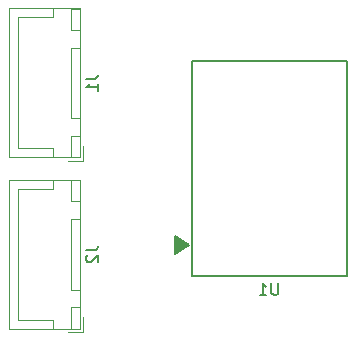
<source format=gbr>
G04 #@! TF.GenerationSoftware,KiCad,Pcbnew,(5.0.0-rc3)*
G04 #@! TF.CreationDate,2018-08-22T01:59:55-07:00*
G04 #@! TF.ProjectId,JIGU MATOME,4A494755204D41544F4D452E6B696361,rev?*
G04 #@! TF.SameCoordinates,Original*
G04 #@! TF.FileFunction,Legend,Bot*
G04 #@! TF.FilePolarity,Positive*
%FSLAX46Y46*%
G04 Gerber Fmt 4.6, Leading zero omitted, Abs format (unit mm)*
G04 Created by KiCad (PCBNEW (5.0.0-rc3)) date 08/22/18 01:59:55*
%MOMM*%
%LPD*%
G01*
G04 APERTURE LIST*
%ADD10C,0.150000*%
%ADD11C,0.200000*%
%ADD12C,0.120000*%
G04 APERTURE END LIST*
D10*
G04 #@! TO.C,U1*
G36*
X134250000Y-104750000D02*
X135500000Y-105500000D01*
X134250000Y-106250000D01*
X134250000Y-104750000D01*
G37*
X134250000Y-104750000D02*
X135500000Y-105500000D01*
X134250000Y-106250000D01*
X134250000Y-104750000D01*
D11*
X135700000Y-108100000D02*
X135700000Y-89900000D01*
X148800000Y-89900000D02*
X135700000Y-89900000D01*
X148800000Y-108100000D02*
X148800000Y-89900000D01*
X135700000Y-108100000D02*
X148800000Y-108100000D01*
D12*
G04 #@! TO.C,J1*
X126500000Y-98350000D02*
X125250000Y-98350000D01*
X126500000Y-97100000D02*
X126500000Y-98350000D01*
X121000000Y-86200000D02*
X121000000Y-91750000D01*
X123950000Y-86200000D02*
X121000000Y-86200000D01*
X123950000Y-85450000D02*
X123950000Y-86200000D01*
X121000000Y-97300000D02*
X121000000Y-91750000D01*
X123950000Y-97300000D02*
X121000000Y-97300000D01*
X123950000Y-98050000D02*
X123950000Y-97300000D01*
X126200000Y-85450000D02*
X126200000Y-87250000D01*
X125450000Y-85450000D02*
X126200000Y-85450000D01*
X125450000Y-87250000D02*
X125450000Y-85450000D01*
X126200000Y-87250000D02*
X125450000Y-87250000D01*
X126200000Y-96250000D02*
X126200000Y-98050000D01*
X125450000Y-96250000D02*
X126200000Y-96250000D01*
X125450000Y-98050000D02*
X125450000Y-96250000D01*
X126200000Y-98050000D02*
X125450000Y-98050000D01*
X126200000Y-88750000D02*
X126200000Y-94750000D01*
X125450000Y-88750000D02*
X126200000Y-88750000D01*
X125450000Y-94750000D02*
X125450000Y-88750000D01*
X126200000Y-94750000D02*
X125450000Y-94750000D01*
X126210000Y-85440000D02*
X126210000Y-98060000D01*
X120240000Y-85440000D02*
X126210000Y-85440000D01*
X120240000Y-98060000D02*
X120240000Y-85440000D01*
X126210000Y-98060000D02*
X120240000Y-98060000D01*
G04 #@! TO.C,J2*
X126500000Y-112850000D02*
X125250000Y-112850000D01*
X126500000Y-111600000D02*
X126500000Y-112850000D01*
X121000000Y-100700000D02*
X121000000Y-106250000D01*
X123950000Y-100700000D02*
X121000000Y-100700000D01*
X123950000Y-99950000D02*
X123950000Y-100700000D01*
X121000000Y-111800000D02*
X121000000Y-106250000D01*
X123950000Y-111800000D02*
X121000000Y-111800000D01*
X123950000Y-112550000D02*
X123950000Y-111800000D01*
X126200000Y-99950000D02*
X126200000Y-101750000D01*
X125450000Y-99950000D02*
X126200000Y-99950000D01*
X125450000Y-101750000D02*
X125450000Y-99950000D01*
X126200000Y-101750000D02*
X125450000Y-101750000D01*
X126200000Y-110750000D02*
X126200000Y-112550000D01*
X125450000Y-110750000D02*
X126200000Y-110750000D01*
X125450000Y-112550000D02*
X125450000Y-110750000D01*
X126200000Y-112550000D02*
X125450000Y-112550000D01*
X126200000Y-103250000D02*
X126200000Y-109250000D01*
X125450000Y-103250000D02*
X126200000Y-103250000D01*
X125450000Y-109250000D02*
X125450000Y-103250000D01*
X126200000Y-109250000D02*
X125450000Y-109250000D01*
X126210000Y-99940000D02*
X126210000Y-112560000D01*
X120240000Y-99940000D02*
X126210000Y-99940000D01*
X120240000Y-112560000D02*
X120240000Y-99940000D01*
X126210000Y-112560000D02*
X120240000Y-112560000D01*
G04 #@! TO.C,U1*
D10*
X143011904Y-108702380D02*
X143011904Y-109511904D01*
X142964285Y-109607142D01*
X142916666Y-109654761D01*
X142821428Y-109702380D01*
X142630952Y-109702380D01*
X142535714Y-109654761D01*
X142488095Y-109607142D01*
X142440476Y-109511904D01*
X142440476Y-108702380D01*
X141440476Y-109702380D02*
X142011904Y-109702380D01*
X141726190Y-109702380D02*
X141726190Y-108702380D01*
X141821428Y-108845238D01*
X141916666Y-108940476D01*
X142011904Y-108988095D01*
G04 #@! TO.C,J1*
X126752380Y-91416666D02*
X127466666Y-91416666D01*
X127609523Y-91369047D01*
X127704761Y-91273809D01*
X127752380Y-91130952D01*
X127752380Y-91035714D01*
X127752380Y-92416666D02*
X127752380Y-91845238D01*
X127752380Y-92130952D02*
X126752380Y-92130952D01*
X126895238Y-92035714D01*
X126990476Y-91940476D01*
X127038095Y-91845238D01*
G04 #@! TO.C,J2*
X126752380Y-105916666D02*
X127466666Y-105916666D01*
X127609523Y-105869047D01*
X127704761Y-105773809D01*
X127752380Y-105630952D01*
X127752380Y-105535714D01*
X126847619Y-106345238D02*
X126799999Y-106392857D01*
X126752380Y-106488095D01*
X126752380Y-106726190D01*
X126799999Y-106821428D01*
X126847619Y-106869047D01*
X126942857Y-106916666D01*
X127038095Y-106916666D01*
X127180952Y-106869047D01*
X127752380Y-106297619D01*
X127752380Y-106916666D01*
G04 #@! TD*
M02*

</source>
